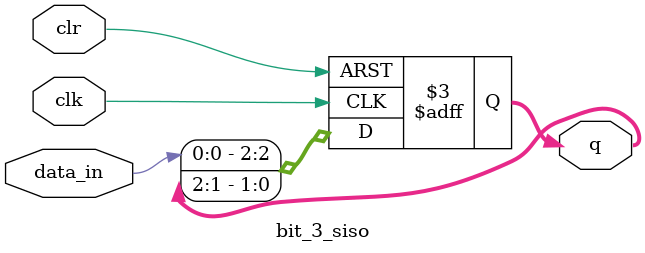
<source format=v>
module bit_3_siso( input clk,
       		         input clr,
		               input data_in,
		               output reg [2:0] q);
always @(posedge clk or negedge clr)
begin
	if (!clr)
		q <= 3'b000;
	else 
		q <= {data_in,q[2:1]};
end
endmodule

</source>
